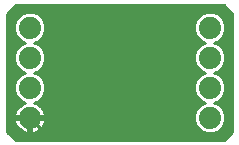
<source format=gbl>
G75*
%MOIN*%
%OFA0B0*%
%FSLAX25Y25*%
%IPPOS*%
%LPD*%
%AMOC8*
5,1,8,0,0,1.08239X$1,22.5*
%
%ADD10C,0.07400*%
%ADD11C,0.03378*%
%ADD12C,0.01000*%
D10*
X0011500Y0011500D03*
X0011500Y0021500D03*
X0011500Y0031500D03*
X0011500Y0041500D03*
X0071500Y0041500D03*
X0071500Y0031500D03*
X0071500Y0021500D03*
X0071500Y0011500D03*
D11*
X0041500Y0029000D03*
D12*
X0006333Y0004496D02*
X0076667Y0004496D01*
X0076172Y0004000D02*
X0006828Y0004000D01*
X0004000Y0006828D01*
X0004000Y0046172D01*
X0006828Y0049000D01*
X0076172Y0049000D01*
X0079000Y0046172D01*
X0079000Y0006828D01*
X0076172Y0004000D01*
X0077666Y0005494D02*
X0005334Y0005494D01*
X0004336Y0006493D02*
X0010084Y0006493D01*
X0010282Y0006428D02*
X0009504Y0006681D01*
X0008775Y0007053D01*
X0008112Y0007534D01*
X0007534Y0008112D01*
X0007053Y0008775D01*
X0006681Y0009504D01*
X0006428Y0010282D01*
X0006314Y0011000D01*
X0011000Y0011000D01*
X0011000Y0012000D01*
X0006314Y0012000D01*
X0006428Y0012718D01*
X0006681Y0013496D01*
X0007053Y0014225D01*
X0007534Y0014888D01*
X0008112Y0015466D01*
X0008775Y0015947D01*
X0009504Y0016319D01*
X0010017Y0016486D01*
X0008554Y0017092D01*
X0007092Y0018554D01*
X0006300Y0020466D01*
X0006300Y0022534D01*
X0007092Y0024446D01*
X0008554Y0025908D01*
X0009983Y0026500D01*
X0008554Y0027092D01*
X0007092Y0028554D01*
X0006300Y0030466D01*
X0006300Y0032534D01*
X0007092Y0034446D01*
X0008554Y0035908D01*
X0009983Y0036500D01*
X0008554Y0037092D01*
X0007092Y0038554D01*
X0006300Y0040466D01*
X0006300Y0042534D01*
X0007092Y0044446D01*
X0008554Y0045908D01*
X0010466Y0046700D01*
X0012534Y0046700D01*
X0014446Y0045908D01*
X0015908Y0044446D01*
X0016700Y0042534D01*
X0016700Y0040466D01*
X0015908Y0038554D01*
X0014446Y0037092D01*
X0013017Y0036500D01*
X0014446Y0035908D01*
X0015908Y0034446D01*
X0016700Y0032534D01*
X0016700Y0030466D01*
X0015908Y0028554D01*
X0014446Y0027092D01*
X0013017Y0026500D01*
X0014446Y0025908D01*
X0015908Y0024446D01*
X0016700Y0022534D01*
X0016700Y0020466D01*
X0015908Y0018554D01*
X0014446Y0017092D01*
X0012983Y0016486D01*
X0013496Y0016319D01*
X0014225Y0015947D01*
X0014888Y0015466D01*
X0015466Y0014888D01*
X0015947Y0014225D01*
X0016319Y0013496D01*
X0016572Y0012718D01*
X0016686Y0012000D01*
X0012000Y0012000D01*
X0012000Y0011000D01*
X0016686Y0011000D01*
X0016572Y0010282D01*
X0016319Y0009504D01*
X0015947Y0008775D01*
X0015466Y0008112D01*
X0014888Y0007534D01*
X0014225Y0007053D01*
X0013496Y0006681D01*
X0012718Y0006428D01*
X0012000Y0006314D01*
X0012000Y0011000D01*
X0011000Y0011000D01*
X0011000Y0006314D01*
X0010282Y0006428D01*
X0011000Y0006493D02*
X0012000Y0006493D01*
X0012916Y0006493D02*
X0070001Y0006493D01*
X0070466Y0006300D02*
X0072534Y0006300D01*
X0074446Y0007092D01*
X0075908Y0008554D01*
X0076700Y0010466D01*
X0076700Y0012534D01*
X0075908Y0014446D01*
X0074446Y0015908D01*
X0073017Y0016500D01*
X0074446Y0017092D01*
X0075908Y0018554D01*
X0076700Y0020466D01*
X0076700Y0022534D01*
X0075908Y0024446D01*
X0074446Y0025908D01*
X0073017Y0026500D01*
X0074446Y0027092D01*
X0075908Y0028554D01*
X0076700Y0030466D01*
X0076700Y0032534D01*
X0075908Y0034446D01*
X0074446Y0035908D01*
X0073017Y0036500D01*
X0074446Y0037092D01*
X0075908Y0038554D01*
X0076700Y0040466D01*
X0076700Y0042534D01*
X0075908Y0044446D01*
X0074446Y0045908D01*
X0072534Y0046700D01*
X0070466Y0046700D01*
X0068554Y0045908D01*
X0067092Y0044446D01*
X0066300Y0042534D01*
X0066300Y0040466D01*
X0067092Y0038554D01*
X0068554Y0037092D01*
X0069983Y0036500D01*
X0068554Y0035908D01*
X0067092Y0034446D01*
X0066300Y0032534D01*
X0066300Y0030466D01*
X0067092Y0028554D01*
X0068554Y0027092D01*
X0069983Y0026500D01*
X0068554Y0025908D01*
X0067092Y0024446D01*
X0066300Y0022534D01*
X0066300Y0020466D01*
X0067092Y0018554D01*
X0068554Y0017092D01*
X0069983Y0016500D01*
X0068554Y0015908D01*
X0067092Y0014446D01*
X0066300Y0012534D01*
X0066300Y0010466D01*
X0067092Y0008554D01*
X0068554Y0007092D01*
X0070466Y0006300D01*
X0068155Y0007491D02*
X0014829Y0007491D01*
X0015740Y0008490D02*
X0067156Y0008490D01*
X0066705Y0009488D02*
X0016311Y0009488D01*
X0016604Y0010487D02*
X0066300Y0010487D01*
X0066300Y0011485D02*
X0012000Y0011485D01*
X0011500Y0011500D02*
X0016500Y0006500D01*
X0036500Y0006500D01*
X0041500Y0011500D01*
X0041500Y0029000D01*
X0016696Y0030457D02*
X0066304Y0030457D01*
X0066300Y0031455D02*
X0016700Y0031455D01*
X0016700Y0032454D02*
X0066300Y0032454D01*
X0066680Y0033452D02*
X0016320Y0033452D01*
X0015903Y0034451D02*
X0067097Y0034451D01*
X0068095Y0035449D02*
X0014905Y0035449D01*
X0013143Y0036448D02*
X0069857Y0036448D01*
X0068200Y0037446D02*
X0014800Y0037446D01*
X0015799Y0038445D02*
X0067201Y0038445D01*
X0066723Y0039443D02*
X0016277Y0039443D01*
X0016690Y0040442D02*
X0066310Y0040442D01*
X0066300Y0041440D02*
X0016700Y0041440D01*
X0016700Y0042439D02*
X0066300Y0042439D01*
X0066674Y0043437D02*
X0016326Y0043437D01*
X0015912Y0044436D02*
X0067088Y0044436D01*
X0068081Y0045434D02*
X0014919Y0045434D01*
X0013179Y0046433D02*
X0069821Y0046433D01*
X0073179Y0046433D02*
X0078739Y0046433D01*
X0079000Y0045434D02*
X0074919Y0045434D01*
X0075912Y0044436D02*
X0079000Y0044436D01*
X0079000Y0043437D02*
X0076326Y0043437D01*
X0076700Y0042439D02*
X0079000Y0042439D01*
X0079000Y0041440D02*
X0076700Y0041440D01*
X0076690Y0040442D02*
X0079000Y0040442D01*
X0079000Y0039443D02*
X0076277Y0039443D01*
X0075799Y0038445D02*
X0079000Y0038445D01*
X0079000Y0037446D02*
X0074800Y0037446D01*
X0073143Y0036448D02*
X0079000Y0036448D01*
X0079000Y0035449D02*
X0074905Y0035449D01*
X0075903Y0034451D02*
X0079000Y0034451D01*
X0079000Y0033452D02*
X0076320Y0033452D01*
X0076700Y0032454D02*
X0079000Y0032454D01*
X0079000Y0031455D02*
X0076700Y0031455D01*
X0076696Y0030457D02*
X0079000Y0030457D01*
X0079000Y0029458D02*
X0076283Y0029458D01*
X0075814Y0028460D02*
X0079000Y0028460D01*
X0079000Y0027461D02*
X0074815Y0027461D01*
X0073107Y0026463D02*
X0079000Y0026463D01*
X0079000Y0025464D02*
X0074890Y0025464D01*
X0075888Y0024466D02*
X0079000Y0024466D01*
X0079000Y0023467D02*
X0076314Y0023467D01*
X0076700Y0022469D02*
X0079000Y0022469D01*
X0079000Y0021470D02*
X0076700Y0021470D01*
X0076700Y0020472D02*
X0079000Y0020472D01*
X0079000Y0019473D02*
X0076289Y0019473D01*
X0075829Y0018475D02*
X0079000Y0018475D01*
X0079000Y0017476D02*
X0074830Y0017476D01*
X0073071Y0016478D02*
X0079000Y0016478D01*
X0079000Y0015479D02*
X0074875Y0015479D01*
X0075873Y0014481D02*
X0079000Y0014481D01*
X0079000Y0013482D02*
X0076307Y0013482D01*
X0076700Y0012484D02*
X0079000Y0012484D01*
X0079000Y0011485D02*
X0076700Y0011485D01*
X0076700Y0010487D02*
X0079000Y0010487D01*
X0079000Y0009488D02*
X0076295Y0009488D01*
X0075843Y0008490D02*
X0079000Y0008490D01*
X0079000Y0007491D02*
X0074845Y0007491D01*
X0072999Y0006493D02*
X0078664Y0006493D01*
X0066693Y0013482D02*
X0016324Y0013482D01*
X0015762Y0014481D02*
X0067127Y0014481D01*
X0068125Y0015479D02*
X0014870Y0015479D01*
X0013008Y0016478D02*
X0069929Y0016478D01*
X0068170Y0017476D02*
X0014830Y0017476D01*
X0015829Y0018475D02*
X0067171Y0018475D01*
X0066711Y0019473D02*
X0016289Y0019473D01*
X0016700Y0020472D02*
X0066300Y0020472D01*
X0066300Y0021470D02*
X0016700Y0021470D01*
X0016700Y0022469D02*
X0066300Y0022469D01*
X0066686Y0023467D02*
X0016314Y0023467D01*
X0015888Y0024466D02*
X0067112Y0024466D01*
X0068110Y0025464D02*
X0014890Y0025464D01*
X0013107Y0026463D02*
X0069893Y0026463D01*
X0068185Y0027461D02*
X0014815Y0027461D01*
X0015814Y0028460D02*
X0067186Y0028460D01*
X0066717Y0029458D02*
X0016283Y0029458D01*
X0009893Y0026463D02*
X0004000Y0026463D01*
X0004000Y0027461D02*
X0008185Y0027461D01*
X0007186Y0028460D02*
X0004000Y0028460D01*
X0004000Y0029458D02*
X0006717Y0029458D01*
X0006304Y0030457D02*
X0004000Y0030457D01*
X0004000Y0031455D02*
X0006300Y0031455D01*
X0006300Y0032454D02*
X0004000Y0032454D01*
X0004000Y0033452D02*
X0006680Y0033452D01*
X0007097Y0034451D02*
X0004000Y0034451D01*
X0004000Y0035449D02*
X0008095Y0035449D01*
X0009857Y0036448D02*
X0004000Y0036448D01*
X0004000Y0037446D02*
X0008200Y0037446D01*
X0007201Y0038445D02*
X0004000Y0038445D01*
X0004000Y0039443D02*
X0006723Y0039443D01*
X0006310Y0040442D02*
X0004000Y0040442D01*
X0004000Y0041440D02*
X0006300Y0041440D01*
X0006300Y0042439D02*
X0004000Y0042439D01*
X0004000Y0043437D02*
X0006674Y0043437D01*
X0007088Y0044436D02*
X0004000Y0044436D01*
X0004000Y0045434D02*
X0008081Y0045434D01*
X0009821Y0046433D02*
X0004261Y0046433D01*
X0005260Y0047432D02*
X0077740Y0047432D01*
X0076742Y0048430D02*
X0006258Y0048430D01*
X0008110Y0025464D02*
X0004000Y0025464D01*
X0004000Y0024466D02*
X0007112Y0024466D01*
X0006686Y0023467D02*
X0004000Y0023467D01*
X0004000Y0022469D02*
X0006300Y0022469D01*
X0006300Y0021470D02*
X0004000Y0021470D01*
X0004000Y0020472D02*
X0006300Y0020472D01*
X0006711Y0019473D02*
X0004000Y0019473D01*
X0004000Y0018475D02*
X0007171Y0018475D01*
X0008170Y0017476D02*
X0004000Y0017476D01*
X0004000Y0016478D02*
X0009992Y0016478D01*
X0008130Y0015479D02*
X0004000Y0015479D01*
X0004000Y0014481D02*
X0007238Y0014481D01*
X0006676Y0013482D02*
X0004000Y0013482D01*
X0004000Y0012484D02*
X0006391Y0012484D01*
X0004000Y0011485D02*
X0011000Y0011485D01*
X0011000Y0010487D02*
X0012000Y0010487D01*
X0012000Y0009488D02*
X0011000Y0009488D01*
X0011000Y0008490D02*
X0012000Y0008490D01*
X0012000Y0007491D02*
X0011000Y0007491D01*
X0008171Y0007491D02*
X0004000Y0007491D01*
X0004000Y0008490D02*
X0007260Y0008490D01*
X0006689Y0009488D02*
X0004000Y0009488D01*
X0004000Y0010487D02*
X0006396Y0010487D01*
X0016609Y0012484D02*
X0066300Y0012484D01*
M02*

</source>
